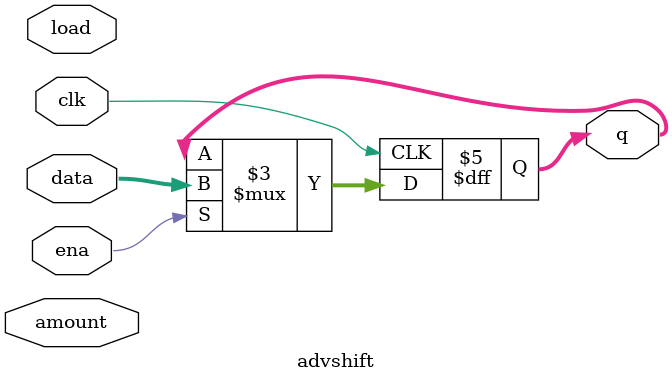
<source format=v>
module advshift(input clk,
input load,
input ena,
input [1:0] amount,
input [63:0] data,
output reg [63:0] q); 
// when load is high, assign data[63:0] to shift register q.
// if ena is high, shift q.
// amount: Chooses which direction and how much to shift.
// 2'b00: shift left by 1 bit.
// 2'b01: shift left by 8 bits.
// 2'b10: shift right by 1 bit.
// 2'b11: shift right by 8 bits.


reg [63:0] q;

always @(posedge clk)
  if (ena)
    q = data;
endmodule

</source>
